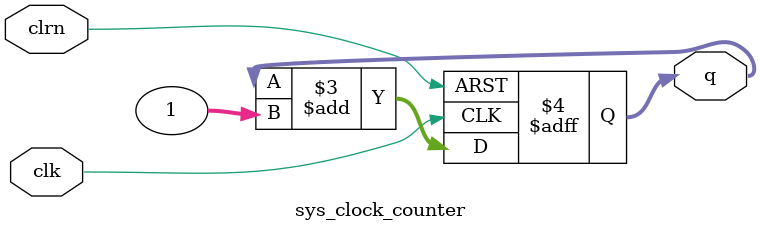
<source format=v>
module sys_clock_counter (clk,clrn,q);
   input  clk,clrn;
   output [31:0] q;
   reg [31:0]    q;
   always @ (negedge clrn or posedge clk)
      if (clrn == 0) begin
           //q <=0;
         q <= 0;
      end else begin
          q <= q + 32'b1;
      end
endmodule
</source>
